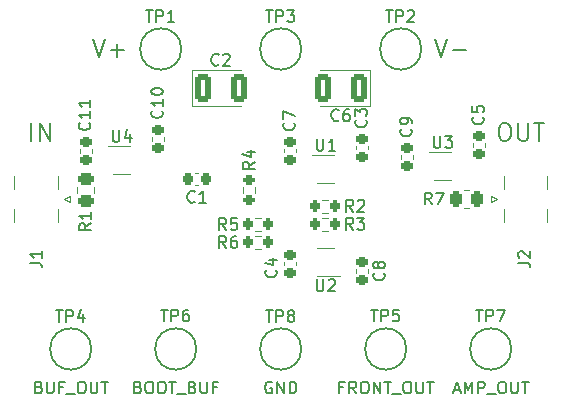
<source format=gto>
%TF.GenerationSoftware,KiCad,Pcbnew,(6.0.2-0)*%
%TF.CreationDate,2022-04-12T18:59:20-07:00*%
%TF.ProjectId,bootstrap_exp,626f6f74-7374-4726-9170-5f6578702e6b,rev?*%
%TF.SameCoordinates,Original*%
%TF.FileFunction,Legend,Top*%
%TF.FilePolarity,Positive*%
%FSLAX46Y46*%
G04 Gerber Fmt 4.6, Leading zero omitted, Abs format (unit mm)*
G04 Created by KiCad (PCBNEW (6.0.2-0)) date 2022-04-12 18:59:20*
%MOMM*%
%LPD*%
G01*
G04 APERTURE LIST*
G04 Aperture macros list*
%AMRoundRect*
0 Rectangle with rounded corners*
0 $1 Rounding radius*
0 $2 $3 $4 $5 $6 $7 $8 $9 X,Y pos of 4 corners*
0 Add a 4 corners polygon primitive as box body*
4,1,4,$2,$3,$4,$5,$6,$7,$8,$9,$2,$3,0*
0 Add four circle primitives for the rounded corners*
1,1,$1+$1,$2,$3*
1,1,$1+$1,$4,$5*
1,1,$1+$1,$6,$7*
1,1,$1+$1,$8,$9*
0 Add four rect primitives between the rounded corners*
20,1,$1+$1,$2,$3,$4,$5,0*
20,1,$1+$1,$4,$5,$6,$7,0*
20,1,$1+$1,$6,$7,$8,$9,0*
20,1,$1+$1,$8,$9,$2,$3,0*%
G04 Aperture macros list end*
%ADD10C,0.150000*%
%ADD11C,0.120000*%
%ADD12RoundRect,0.200000X-0.200000X-0.275000X0.200000X-0.275000X0.200000X0.275000X-0.200000X0.275000X0*%
%ADD13RoundRect,0.225000X0.250000X-0.225000X0.250000X0.225000X-0.250000X0.225000X-0.250000X-0.225000X0*%
%ADD14RoundRect,0.250000X-0.412500X-0.925000X0.412500X-0.925000X0.412500X0.925000X-0.412500X0.925000X0*%
%ADD15R,0.650000X0.400000*%
%ADD16C,2.800000*%
%ADD17RoundRect,0.200000X0.200000X0.275000X-0.200000X0.275000X-0.200000X-0.275000X0.200000X-0.275000X0*%
%ADD18RoundRect,0.250000X0.412500X0.925000X-0.412500X0.925000X-0.412500X-0.925000X0.412500X-0.925000X0*%
%ADD19RoundRect,0.225000X-0.250000X0.225000X-0.250000X-0.225000X0.250000X-0.225000X0.250000X0.225000X0*%
%ADD20RoundRect,0.200000X-0.275000X0.200000X-0.275000X-0.200000X0.275000X-0.200000X0.275000X0.200000X0*%
%ADD21RoundRect,0.250000X0.450000X-0.262500X0.450000X0.262500X-0.450000X0.262500X-0.450000X-0.262500X0*%
%ADD22R,4.200000X1.350000*%
%ADD23R,3.600000X1.270000*%
%ADD24RoundRect,0.225000X0.225000X0.250000X-0.225000X0.250000X-0.225000X-0.250000X0.225000X-0.250000X0*%
%ADD25RoundRect,0.250000X-0.262500X-0.450000X0.262500X-0.450000X0.262500X0.450000X-0.262500X0.450000X0*%
G04 APERTURE END LIST*
D10*
X133858095Y-112022000D02*
X133762857Y-111974380D01*
X133620000Y-111974380D01*
X133477142Y-112022000D01*
X133381904Y-112117238D01*
X133334285Y-112212476D01*
X133286666Y-112402952D01*
X133286666Y-112545809D01*
X133334285Y-112736285D01*
X133381904Y-112831523D01*
X133477142Y-112926761D01*
X133620000Y-112974380D01*
X133715238Y-112974380D01*
X133858095Y-112926761D01*
X133905714Y-112879142D01*
X133905714Y-112545809D01*
X133715238Y-112545809D01*
X134334285Y-112974380D02*
X134334285Y-111974380D01*
X134905714Y-112974380D01*
X134905714Y-111974380D01*
X135381904Y-112974380D02*
X135381904Y-111974380D01*
X135620000Y-111974380D01*
X135762857Y-112022000D01*
X135858095Y-112117238D01*
X135905714Y-112212476D01*
X135953333Y-112402952D01*
X135953333Y-112545809D01*
X135905714Y-112736285D01*
X135858095Y-112831523D01*
X135762857Y-112926761D01*
X135620000Y-112974380D01*
X135381904Y-112974380D01*
X114149523Y-112450571D02*
X114292380Y-112498190D01*
X114340000Y-112545809D01*
X114387619Y-112641047D01*
X114387619Y-112783904D01*
X114340000Y-112879142D01*
X114292380Y-112926761D01*
X114197142Y-112974380D01*
X113816190Y-112974380D01*
X113816190Y-111974380D01*
X114149523Y-111974380D01*
X114244761Y-112022000D01*
X114292380Y-112069619D01*
X114340000Y-112164857D01*
X114340000Y-112260095D01*
X114292380Y-112355333D01*
X114244761Y-112402952D01*
X114149523Y-112450571D01*
X113816190Y-112450571D01*
X114816190Y-111974380D02*
X114816190Y-112783904D01*
X114863809Y-112879142D01*
X114911428Y-112926761D01*
X115006666Y-112974380D01*
X115197142Y-112974380D01*
X115292380Y-112926761D01*
X115340000Y-112879142D01*
X115387619Y-112783904D01*
X115387619Y-111974380D01*
X116197142Y-112450571D02*
X115863809Y-112450571D01*
X115863809Y-112974380D02*
X115863809Y-111974380D01*
X116340000Y-111974380D01*
X116482857Y-113069619D02*
X117244761Y-113069619D01*
X117673333Y-111974380D02*
X117863809Y-111974380D01*
X117959047Y-112022000D01*
X118054285Y-112117238D01*
X118101904Y-112307714D01*
X118101904Y-112641047D01*
X118054285Y-112831523D01*
X117959047Y-112926761D01*
X117863809Y-112974380D01*
X117673333Y-112974380D01*
X117578095Y-112926761D01*
X117482857Y-112831523D01*
X117435238Y-112641047D01*
X117435238Y-112307714D01*
X117482857Y-112117238D01*
X117578095Y-112022000D01*
X117673333Y-111974380D01*
X118530476Y-111974380D02*
X118530476Y-112783904D01*
X118578095Y-112879142D01*
X118625714Y-112926761D01*
X118720952Y-112974380D01*
X118911428Y-112974380D01*
X119006666Y-112926761D01*
X119054285Y-112879142D01*
X119101904Y-112783904D01*
X119101904Y-111974380D01*
X119435238Y-111974380D02*
X120006666Y-111974380D01*
X119720952Y-112974380D02*
X119720952Y-111974380D01*
X147669428Y-82998571D02*
X148169428Y-84498571D01*
X148669428Y-82998571D01*
X149169428Y-83927142D02*
X150312285Y-83927142D01*
X122539523Y-112450571D02*
X122682380Y-112498190D01*
X122730000Y-112545809D01*
X122777619Y-112641047D01*
X122777619Y-112783904D01*
X122730000Y-112879142D01*
X122682380Y-112926761D01*
X122587142Y-112974380D01*
X122206190Y-112974380D01*
X122206190Y-111974380D01*
X122539523Y-111974380D01*
X122634761Y-112022000D01*
X122682380Y-112069619D01*
X122730000Y-112164857D01*
X122730000Y-112260095D01*
X122682380Y-112355333D01*
X122634761Y-112402952D01*
X122539523Y-112450571D01*
X122206190Y-112450571D01*
X123396666Y-111974380D02*
X123587142Y-111974380D01*
X123682380Y-112022000D01*
X123777619Y-112117238D01*
X123825238Y-112307714D01*
X123825238Y-112641047D01*
X123777619Y-112831523D01*
X123682380Y-112926761D01*
X123587142Y-112974380D01*
X123396666Y-112974380D01*
X123301428Y-112926761D01*
X123206190Y-112831523D01*
X123158571Y-112641047D01*
X123158571Y-112307714D01*
X123206190Y-112117238D01*
X123301428Y-112022000D01*
X123396666Y-111974380D01*
X124444285Y-111974380D02*
X124634761Y-111974380D01*
X124730000Y-112022000D01*
X124825238Y-112117238D01*
X124872857Y-112307714D01*
X124872857Y-112641047D01*
X124825238Y-112831523D01*
X124730000Y-112926761D01*
X124634761Y-112974380D01*
X124444285Y-112974380D01*
X124349047Y-112926761D01*
X124253809Y-112831523D01*
X124206190Y-112641047D01*
X124206190Y-112307714D01*
X124253809Y-112117238D01*
X124349047Y-112022000D01*
X124444285Y-111974380D01*
X125158571Y-111974380D02*
X125730000Y-111974380D01*
X125444285Y-112974380D02*
X125444285Y-111974380D01*
X125825238Y-113069619D02*
X126587142Y-113069619D01*
X127158571Y-112450571D02*
X127301428Y-112498190D01*
X127349047Y-112545809D01*
X127396666Y-112641047D01*
X127396666Y-112783904D01*
X127349047Y-112879142D01*
X127301428Y-112926761D01*
X127206190Y-112974380D01*
X126825238Y-112974380D01*
X126825238Y-111974380D01*
X127158571Y-111974380D01*
X127253809Y-112022000D01*
X127301428Y-112069619D01*
X127349047Y-112164857D01*
X127349047Y-112260095D01*
X127301428Y-112355333D01*
X127253809Y-112402952D01*
X127158571Y-112450571D01*
X126825238Y-112450571D01*
X127825238Y-111974380D02*
X127825238Y-112783904D01*
X127872857Y-112879142D01*
X127920476Y-112926761D01*
X128015714Y-112974380D01*
X128206190Y-112974380D01*
X128301428Y-112926761D01*
X128349047Y-112879142D01*
X128396666Y-112783904D01*
X128396666Y-111974380D01*
X129206190Y-112450571D02*
X128872857Y-112450571D01*
X128872857Y-112974380D02*
X128872857Y-111974380D01*
X129349047Y-111974380D01*
X153440000Y-90110571D02*
X153725714Y-90110571D01*
X153868571Y-90182000D01*
X154011428Y-90324857D01*
X154082857Y-90610571D01*
X154082857Y-91110571D01*
X154011428Y-91396285D01*
X153868571Y-91539142D01*
X153725714Y-91610571D01*
X153440000Y-91610571D01*
X153297142Y-91539142D01*
X153154285Y-91396285D01*
X153082857Y-91110571D01*
X153082857Y-90610571D01*
X153154285Y-90324857D01*
X153297142Y-90182000D01*
X153440000Y-90110571D01*
X154725714Y-90110571D02*
X154725714Y-91324857D01*
X154797142Y-91467714D01*
X154868571Y-91539142D01*
X155011428Y-91610571D01*
X155297142Y-91610571D01*
X155440000Y-91539142D01*
X155511428Y-91467714D01*
X155582857Y-91324857D01*
X155582857Y-90110571D01*
X156082857Y-90110571D02*
X156940000Y-90110571D01*
X156511428Y-91610571D02*
X156511428Y-90110571D01*
X139914761Y-112450571D02*
X139581428Y-112450571D01*
X139581428Y-112974380D02*
X139581428Y-111974380D01*
X140057619Y-111974380D01*
X141010000Y-112974380D02*
X140676666Y-112498190D01*
X140438571Y-112974380D02*
X140438571Y-111974380D01*
X140819523Y-111974380D01*
X140914761Y-112022000D01*
X140962380Y-112069619D01*
X141010000Y-112164857D01*
X141010000Y-112307714D01*
X140962380Y-112402952D01*
X140914761Y-112450571D01*
X140819523Y-112498190D01*
X140438571Y-112498190D01*
X141629047Y-111974380D02*
X141819523Y-111974380D01*
X141914761Y-112022000D01*
X142010000Y-112117238D01*
X142057619Y-112307714D01*
X142057619Y-112641047D01*
X142010000Y-112831523D01*
X141914761Y-112926761D01*
X141819523Y-112974380D01*
X141629047Y-112974380D01*
X141533809Y-112926761D01*
X141438571Y-112831523D01*
X141390952Y-112641047D01*
X141390952Y-112307714D01*
X141438571Y-112117238D01*
X141533809Y-112022000D01*
X141629047Y-111974380D01*
X142486190Y-112974380D02*
X142486190Y-111974380D01*
X143057619Y-112974380D01*
X143057619Y-111974380D01*
X143390952Y-111974380D02*
X143962380Y-111974380D01*
X143676666Y-112974380D02*
X143676666Y-111974380D01*
X144057619Y-113069619D02*
X144819523Y-113069619D01*
X145248095Y-111974380D02*
X145438571Y-111974380D01*
X145533809Y-112022000D01*
X145629047Y-112117238D01*
X145676666Y-112307714D01*
X145676666Y-112641047D01*
X145629047Y-112831523D01*
X145533809Y-112926761D01*
X145438571Y-112974380D01*
X145248095Y-112974380D01*
X145152857Y-112926761D01*
X145057619Y-112831523D01*
X145010000Y-112641047D01*
X145010000Y-112307714D01*
X145057619Y-112117238D01*
X145152857Y-112022000D01*
X145248095Y-111974380D01*
X146105238Y-111974380D02*
X146105238Y-112783904D01*
X146152857Y-112879142D01*
X146200476Y-112926761D01*
X146295714Y-112974380D01*
X146486190Y-112974380D01*
X146581428Y-112926761D01*
X146629047Y-112879142D01*
X146676666Y-112783904D01*
X146676666Y-111974380D01*
X147010000Y-111974380D02*
X147581428Y-111974380D01*
X147295714Y-112974380D02*
X147295714Y-111974380D01*
X149280952Y-112688666D02*
X149757142Y-112688666D01*
X149185714Y-112974380D02*
X149519047Y-111974380D01*
X149852380Y-112974380D01*
X150185714Y-112974380D02*
X150185714Y-111974380D01*
X150519047Y-112688666D01*
X150852380Y-111974380D01*
X150852380Y-112974380D01*
X151328571Y-112974380D02*
X151328571Y-111974380D01*
X151709523Y-111974380D01*
X151804761Y-112022000D01*
X151852380Y-112069619D01*
X151900000Y-112164857D01*
X151900000Y-112307714D01*
X151852380Y-112402952D01*
X151804761Y-112450571D01*
X151709523Y-112498190D01*
X151328571Y-112498190D01*
X152090476Y-113069619D02*
X152852380Y-113069619D01*
X153280952Y-111974380D02*
X153471428Y-111974380D01*
X153566666Y-112022000D01*
X153661904Y-112117238D01*
X153709523Y-112307714D01*
X153709523Y-112641047D01*
X153661904Y-112831523D01*
X153566666Y-112926761D01*
X153471428Y-112974380D01*
X153280952Y-112974380D01*
X153185714Y-112926761D01*
X153090476Y-112831523D01*
X153042857Y-112641047D01*
X153042857Y-112307714D01*
X153090476Y-112117238D01*
X153185714Y-112022000D01*
X153280952Y-111974380D01*
X154138095Y-111974380D02*
X154138095Y-112783904D01*
X154185714Y-112879142D01*
X154233333Y-112926761D01*
X154328571Y-112974380D01*
X154519047Y-112974380D01*
X154614285Y-112926761D01*
X154661904Y-112879142D01*
X154709523Y-112783904D01*
X154709523Y-111974380D01*
X155042857Y-111974380D02*
X155614285Y-111974380D01*
X155328571Y-112974380D02*
X155328571Y-111974380D01*
X118713428Y-82998571D02*
X119213428Y-84498571D01*
X119713428Y-82998571D01*
X120213428Y-83927142D02*
X121356285Y-83927142D01*
X120784857Y-84498571D02*
X120784857Y-83355714D01*
X113514285Y-91610571D02*
X113514285Y-90110571D01*
X114228571Y-91610571D02*
X114228571Y-90110571D01*
X115085714Y-91610571D01*
X115085714Y-90110571D01*
%TO.C,R3*%
X140752533Y-99118380D02*
X140419200Y-98642190D01*
X140181104Y-99118380D02*
X140181104Y-98118380D01*
X140562057Y-98118380D01*
X140657295Y-98166000D01*
X140704914Y-98213619D01*
X140752533Y-98308857D01*
X140752533Y-98451714D01*
X140704914Y-98546952D01*
X140657295Y-98594571D01*
X140562057Y-98642190D01*
X140181104Y-98642190D01*
X141085866Y-98118380D02*
X141704914Y-98118380D01*
X141371580Y-98499333D01*
X141514438Y-98499333D01*
X141609676Y-98546952D01*
X141657295Y-98594571D01*
X141704914Y-98689809D01*
X141704914Y-98927904D01*
X141657295Y-99023142D01*
X141609676Y-99070761D01*
X141514438Y-99118380D01*
X141228723Y-99118380D01*
X141133485Y-99070761D01*
X141085866Y-99023142D01*
%TO.C,C3*%
X141835142Y-89815666D02*
X141882761Y-89863285D01*
X141930380Y-90006142D01*
X141930380Y-90101380D01*
X141882761Y-90244238D01*
X141787523Y-90339476D01*
X141692285Y-90387095D01*
X141501809Y-90434714D01*
X141358952Y-90434714D01*
X141168476Y-90387095D01*
X141073238Y-90339476D01*
X140978000Y-90244238D01*
X140930380Y-90101380D01*
X140930380Y-90006142D01*
X140978000Y-89863285D01*
X141025619Y-89815666D01*
X140930380Y-89482333D02*
X140930380Y-88863285D01*
X141311333Y-89196619D01*
X141311333Y-89053761D01*
X141358952Y-88958523D01*
X141406571Y-88910904D01*
X141501809Y-88863285D01*
X141739904Y-88863285D01*
X141835142Y-88910904D01*
X141882761Y-88958523D01*
X141930380Y-89053761D01*
X141930380Y-89339476D01*
X141882761Y-89434714D01*
X141835142Y-89482333D01*
%TO.C,C10*%
X124563142Y-89034857D02*
X124610761Y-89082476D01*
X124658380Y-89225333D01*
X124658380Y-89320571D01*
X124610761Y-89463428D01*
X124515523Y-89558666D01*
X124420285Y-89606285D01*
X124229809Y-89653904D01*
X124086952Y-89653904D01*
X123896476Y-89606285D01*
X123801238Y-89558666D01*
X123706000Y-89463428D01*
X123658380Y-89320571D01*
X123658380Y-89225333D01*
X123706000Y-89082476D01*
X123753619Y-89034857D01*
X124658380Y-88082476D02*
X124658380Y-88653904D01*
X124658380Y-88368190D02*
X123658380Y-88368190D01*
X123801238Y-88463428D01*
X123896476Y-88558666D01*
X123944095Y-88653904D01*
X123658380Y-87463428D02*
X123658380Y-87368190D01*
X123706000Y-87272952D01*
X123753619Y-87225333D01*
X123848857Y-87177714D01*
X124039333Y-87130095D01*
X124277428Y-87130095D01*
X124467904Y-87177714D01*
X124563142Y-87225333D01*
X124610761Y-87272952D01*
X124658380Y-87368190D01*
X124658380Y-87463428D01*
X124610761Y-87558666D01*
X124563142Y-87606285D01*
X124467904Y-87653904D01*
X124277428Y-87701523D01*
X124039333Y-87701523D01*
X123848857Y-87653904D01*
X123753619Y-87606285D01*
X123706000Y-87558666D01*
X123658380Y-87463428D01*
%TO.C,C2*%
X129373333Y-85129142D02*
X129325714Y-85176761D01*
X129182857Y-85224380D01*
X129087619Y-85224380D01*
X128944761Y-85176761D01*
X128849523Y-85081523D01*
X128801904Y-84986285D01*
X128754285Y-84795809D01*
X128754285Y-84652952D01*
X128801904Y-84462476D01*
X128849523Y-84367238D01*
X128944761Y-84272000D01*
X129087619Y-84224380D01*
X129182857Y-84224380D01*
X129325714Y-84272000D01*
X129373333Y-84319619D01*
X129754285Y-84319619D02*
X129801904Y-84272000D01*
X129897142Y-84224380D01*
X130135238Y-84224380D01*
X130230476Y-84272000D01*
X130278095Y-84319619D01*
X130325714Y-84414857D01*
X130325714Y-84510095D01*
X130278095Y-84652952D01*
X129706666Y-85224380D01*
X130325714Y-85224380D01*
%TO.C,C11*%
X118413142Y-90050857D02*
X118460761Y-90098476D01*
X118508380Y-90241333D01*
X118508380Y-90336571D01*
X118460761Y-90479428D01*
X118365523Y-90574666D01*
X118270285Y-90622285D01*
X118079809Y-90669904D01*
X117936952Y-90669904D01*
X117746476Y-90622285D01*
X117651238Y-90574666D01*
X117556000Y-90479428D01*
X117508380Y-90336571D01*
X117508380Y-90241333D01*
X117556000Y-90098476D01*
X117603619Y-90050857D01*
X118508380Y-89098476D02*
X118508380Y-89669904D01*
X118508380Y-89384190D02*
X117508380Y-89384190D01*
X117651238Y-89479428D01*
X117746476Y-89574666D01*
X117794095Y-89669904D01*
X118508380Y-88146095D02*
X118508380Y-88717523D01*
X118508380Y-88431809D02*
X117508380Y-88431809D01*
X117651238Y-88527047D01*
X117746476Y-88622285D01*
X117794095Y-88717523D01*
%TO.C,R6*%
X130008333Y-100655380D02*
X129675000Y-100179190D01*
X129436904Y-100655380D02*
X129436904Y-99655380D01*
X129817857Y-99655380D01*
X129913095Y-99703000D01*
X129960714Y-99750619D01*
X130008333Y-99845857D01*
X130008333Y-99988714D01*
X129960714Y-100083952D01*
X129913095Y-100131571D01*
X129817857Y-100179190D01*
X129436904Y-100179190D01*
X130865476Y-99655380D02*
X130675000Y-99655380D01*
X130579761Y-99703000D01*
X130532142Y-99750619D01*
X130436904Y-99893476D01*
X130389285Y-100083952D01*
X130389285Y-100464904D01*
X130436904Y-100560142D01*
X130484523Y-100607761D01*
X130579761Y-100655380D01*
X130770238Y-100655380D01*
X130865476Y-100607761D01*
X130913095Y-100560142D01*
X130960714Y-100464904D01*
X130960714Y-100226809D01*
X130913095Y-100131571D01*
X130865476Y-100083952D01*
X130770238Y-100036333D01*
X130579761Y-100036333D01*
X130484523Y-100083952D01*
X130436904Y-100131571D01*
X130389285Y-100226809D01*
%TO.C,C9*%
X145645142Y-90590666D02*
X145692761Y-90638285D01*
X145740380Y-90781142D01*
X145740380Y-90876380D01*
X145692761Y-91019238D01*
X145597523Y-91114476D01*
X145502285Y-91162095D01*
X145311809Y-91209714D01*
X145168952Y-91209714D01*
X144978476Y-91162095D01*
X144883238Y-91114476D01*
X144788000Y-91019238D01*
X144740380Y-90876380D01*
X144740380Y-90781142D01*
X144788000Y-90638285D01*
X144835619Y-90590666D01*
X145740380Y-90114476D02*
X145740380Y-89924000D01*
X145692761Y-89828761D01*
X145645142Y-89781142D01*
X145502285Y-89685904D01*
X145311809Y-89638285D01*
X144930857Y-89638285D01*
X144835619Y-89685904D01*
X144788000Y-89733523D01*
X144740380Y-89828761D01*
X144740380Y-90019238D01*
X144788000Y-90114476D01*
X144835619Y-90162095D01*
X144930857Y-90209714D01*
X145168952Y-90209714D01*
X145264190Y-90162095D01*
X145311809Y-90114476D01*
X145359428Y-90019238D01*
X145359428Y-89828761D01*
X145311809Y-89733523D01*
X145264190Y-89685904D01*
X145168952Y-89638285D01*
%TO.C,C7*%
X135739142Y-90069666D02*
X135786761Y-90117285D01*
X135834380Y-90260142D01*
X135834380Y-90355380D01*
X135786761Y-90498238D01*
X135691523Y-90593476D01*
X135596285Y-90641095D01*
X135405809Y-90688714D01*
X135262952Y-90688714D01*
X135072476Y-90641095D01*
X134977238Y-90593476D01*
X134882000Y-90498238D01*
X134834380Y-90355380D01*
X134834380Y-90260142D01*
X134882000Y-90117285D01*
X134929619Y-90069666D01*
X134834380Y-89736333D02*
X134834380Y-89069666D01*
X135834380Y-89498238D01*
%TO.C,U4*%
X120396095Y-90670380D02*
X120396095Y-91479904D01*
X120443714Y-91575142D01*
X120491333Y-91622761D01*
X120586571Y-91670380D01*
X120777047Y-91670380D01*
X120872285Y-91622761D01*
X120919904Y-91575142D01*
X120967523Y-91479904D01*
X120967523Y-90670380D01*
X121872285Y-91003714D02*
X121872285Y-91670380D01*
X121634190Y-90622761D02*
X121396095Y-91337047D01*
X122015142Y-91337047D01*
%TO.C,U2*%
X137668095Y-103319380D02*
X137668095Y-104128904D01*
X137715714Y-104224142D01*
X137763333Y-104271761D01*
X137858571Y-104319380D01*
X138049047Y-104319380D01*
X138144285Y-104271761D01*
X138191904Y-104224142D01*
X138239523Y-104128904D01*
X138239523Y-103319380D01*
X138668095Y-103414619D02*
X138715714Y-103367000D01*
X138810952Y-103319380D01*
X139049047Y-103319380D01*
X139144285Y-103367000D01*
X139191904Y-103414619D01*
X139239523Y-103509857D01*
X139239523Y-103605095D01*
X139191904Y-103747952D01*
X138620476Y-104319380D01*
X139239523Y-104319380D01*
%TO.C,TP7*%
X151138095Y-105878380D02*
X151709523Y-105878380D01*
X151423809Y-106878380D02*
X151423809Y-105878380D01*
X152042857Y-106878380D02*
X152042857Y-105878380D01*
X152423809Y-105878380D01*
X152519047Y-105926000D01*
X152566666Y-105973619D01*
X152614285Y-106068857D01*
X152614285Y-106211714D01*
X152566666Y-106306952D01*
X152519047Y-106354571D01*
X152423809Y-106402190D01*
X152042857Y-106402190D01*
X152947619Y-105878380D02*
X153614285Y-105878380D01*
X153185714Y-106878380D01*
%TO.C,R2*%
X140752533Y-97594380D02*
X140419200Y-97118190D01*
X140181104Y-97594380D02*
X140181104Y-96594380D01*
X140562057Y-96594380D01*
X140657295Y-96642000D01*
X140704914Y-96689619D01*
X140752533Y-96784857D01*
X140752533Y-96927714D01*
X140704914Y-97022952D01*
X140657295Y-97070571D01*
X140562057Y-97118190D01*
X140181104Y-97118190D01*
X141133485Y-96689619D02*
X141181104Y-96642000D01*
X141276342Y-96594380D01*
X141514438Y-96594380D01*
X141609676Y-96642000D01*
X141657295Y-96689619D01*
X141704914Y-96784857D01*
X141704914Y-96880095D01*
X141657295Y-97022952D01*
X141085866Y-97594380D01*
X141704914Y-97594380D01*
%TO.C,TP1*%
X123198095Y-80522380D02*
X123769523Y-80522380D01*
X123483809Y-81522380D02*
X123483809Y-80522380D01*
X124102857Y-81522380D02*
X124102857Y-80522380D01*
X124483809Y-80522380D01*
X124579047Y-80570000D01*
X124626666Y-80617619D01*
X124674285Y-80712857D01*
X124674285Y-80855714D01*
X124626666Y-80950952D01*
X124579047Y-80998571D01*
X124483809Y-81046190D01*
X124102857Y-81046190D01*
X125626666Y-81522380D02*
X125055238Y-81522380D01*
X125340952Y-81522380D02*
X125340952Y-80522380D01*
X125245714Y-80665238D01*
X125150476Y-80760476D01*
X125055238Y-80808095D01*
%TO.C,TP6*%
X124468095Y-105878380D02*
X125039523Y-105878380D01*
X124753809Y-106878380D02*
X124753809Y-105878380D01*
X125372857Y-106878380D02*
X125372857Y-105878380D01*
X125753809Y-105878380D01*
X125849047Y-105926000D01*
X125896666Y-105973619D01*
X125944285Y-106068857D01*
X125944285Y-106211714D01*
X125896666Y-106306952D01*
X125849047Y-106354571D01*
X125753809Y-106402190D01*
X125372857Y-106402190D01*
X126801428Y-105878380D02*
X126610952Y-105878380D01*
X126515714Y-105926000D01*
X126468095Y-105973619D01*
X126372857Y-106116476D01*
X126325238Y-106306952D01*
X126325238Y-106687904D01*
X126372857Y-106783142D01*
X126420476Y-106830761D01*
X126515714Y-106878380D01*
X126706190Y-106878380D01*
X126801428Y-106830761D01*
X126849047Y-106783142D01*
X126896666Y-106687904D01*
X126896666Y-106449809D01*
X126849047Y-106354571D01*
X126801428Y-106306952D01*
X126706190Y-106259333D01*
X126515714Y-106259333D01*
X126420476Y-106306952D01*
X126372857Y-106354571D01*
X126325238Y-106449809D01*
%TO.C,C6*%
X139533333Y-89829142D02*
X139485714Y-89876761D01*
X139342857Y-89924380D01*
X139247619Y-89924380D01*
X139104761Y-89876761D01*
X139009523Y-89781523D01*
X138961904Y-89686285D01*
X138914285Y-89495809D01*
X138914285Y-89352952D01*
X138961904Y-89162476D01*
X139009523Y-89067238D01*
X139104761Y-88972000D01*
X139247619Y-88924380D01*
X139342857Y-88924380D01*
X139485714Y-88972000D01*
X139533333Y-89019619D01*
X140390476Y-88924380D02*
X140200000Y-88924380D01*
X140104761Y-88972000D01*
X140057142Y-89019619D01*
X139961904Y-89162476D01*
X139914285Y-89352952D01*
X139914285Y-89733904D01*
X139961904Y-89829142D01*
X140009523Y-89876761D01*
X140104761Y-89924380D01*
X140295238Y-89924380D01*
X140390476Y-89876761D01*
X140438095Y-89829142D01*
X140485714Y-89733904D01*
X140485714Y-89495809D01*
X140438095Y-89400571D01*
X140390476Y-89352952D01*
X140295238Y-89305333D01*
X140104761Y-89305333D01*
X140009523Y-89352952D01*
X139961904Y-89400571D01*
X139914285Y-89495809D01*
%TO.C,R5*%
X130008333Y-99131380D02*
X129675000Y-98655190D01*
X129436904Y-99131380D02*
X129436904Y-98131380D01*
X129817857Y-98131380D01*
X129913095Y-98179000D01*
X129960714Y-98226619D01*
X130008333Y-98321857D01*
X130008333Y-98464714D01*
X129960714Y-98559952D01*
X129913095Y-98607571D01*
X129817857Y-98655190D01*
X129436904Y-98655190D01*
X130913095Y-98131380D02*
X130436904Y-98131380D01*
X130389285Y-98607571D01*
X130436904Y-98559952D01*
X130532142Y-98512333D01*
X130770238Y-98512333D01*
X130865476Y-98559952D01*
X130913095Y-98607571D01*
X130960714Y-98702809D01*
X130960714Y-98940904D01*
X130913095Y-99036142D01*
X130865476Y-99083761D01*
X130770238Y-99131380D01*
X130532142Y-99131380D01*
X130436904Y-99083761D01*
X130389285Y-99036142D01*
%TO.C,C8*%
X143359142Y-102782666D02*
X143406761Y-102830285D01*
X143454380Y-102973142D01*
X143454380Y-103068380D01*
X143406761Y-103211238D01*
X143311523Y-103306476D01*
X143216285Y-103354095D01*
X143025809Y-103401714D01*
X142882952Y-103401714D01*
X142692476Y-103354095D01*
X142597238Y-103306476D01*
X142502000Y-103211238D01*
X142454380Y-103068380D01*
X142454380Y-102973142D01*
X142502000Y-102830285D01*
X142549619Y-102782666D01*
X142882952Y-102211238D02*
X142835333Y-102306476D01*
X142787714Y-102354095D01*
X142692476Y-102401714D01*
X142644857Y-102401714D01*
X142549619Y-102354095D01*
X142502000Y-102306476D01*
X142454380Y-102211238D01*
X142454380Y-102020761D01*
X142502000Y-101925523D01*
X142549619Y-101877904D01*
X142644857Y-101830285D01*
X142692476Y-101830285D01*
X142787714Y-101877904D01*
X142835333Y-101925523D01*
X142882952Y-102020761D01*
X142882952Y-102211238D01*
X142930571Y-102306476D01*
X142978190Y-102354095D01*
X143073428Y-102401714D01*
X143263904Y-102401714D01*
X143359142Y-102354095D01*
X143406761Y-102306476D01*
X143454380Y-102211238D01*
X143454380Y-102020761D01*
X143406761Y-101925523D01*
X143359142Y-101877904D01*
X143263904Y-101830285D01*
X143073428Y-101830285D01*
X142978190Y-101877904D01*
X142930571Y-101925523D01*
X142882952Y-102020761D01*
%TO.C,R4*%
X132405380Y-93371666D02*
X131929190Y-93705000D01*
X132405380Y-93943095D02*
X131405380Y-93943095D01*
X131405380Y-93562142D01*
X131453000Y-93466904D01*
X131500619Y-93419285D01*
X131595857Y-93371666D01*
X131738714Y-93371666D01*
X131833952Y-93419285D01*
X131881571Y-93466904D01*
X131929190Y-93562142D01*
X131929190Y-93943095D01*
X131738714Y-92514523D02*
X132405380Y-92514523D01*
X131357761Y-92752619D02*
X132072047Y-92990714D01*
X132072047Y-92371666D01*
%TO.C,R1*%
X118562380Y-98591666D02*
X118086190Y-98925000D01*
X118562380Y-99163095D02*
X117562380Y-99163095D01*
X117562380Y-98782142D01*
X117610000Y-98686904D01*
X117657619Y-98639285D01*
X117752857Y-98591666D01*
X117895714Y-98591666D01*
X117990952Y-98639285D01*
X118038571Y-98686904D01*
X118086190Y-98782142D01*
X118086190Y-99163095D01*
X118562380Y-97639285D02*
X118562380Y-98210714D01*
X118562380Y-97925000D02*
X117562380Y-97925000D01*
X117705238Y-98020238D01*
X117800476Y-98115476D01*
X117848095Y-98210714D01*
%TO.C,C4*%
X134215142Y-102528666D02*
X134262761Y-102576285D01*
X134310380Y-102719142D01*
X134310380Y-102814380D01*
X134262761Y-102957238D01*
X134167523Y-103052476D01*
X134072285Y-103100095D01*
X133881809Y-103147714D01*
X133738952Y-103147714D01*
X133548476Y-103100095D01*
X133453238Y-103052476D01*
X133358000Y-102957238D01*
X133310380Y-102814380D01*
X133310380Y-102719142D01*
X133358000Y-102576285D01*
X133405619Y-102528666D01*
X133643714Y-101671523D02*
X134310380Y-101671523D01*
X133262761Y-101909619D02*
X133977047Y-102147714D01*
X133977047Y-101528666D01*
%TO.C,C5*%
X151741142Y-89574666D02*
X151788761Y-89622285D01*
X151836380Y-89765142D01*
X151836380Y-89860380D01*
X151788761Y-90003238D01*
X151693523Y-90098476D01*
X151598285Y-90146095D01*
X151407809Y-90193714D01*
X151264952Y-90193714D01*
X151074476Y-90146095D01*
X150979238Y-90098476D01*
X150884000Y-90003238D01*
X150836380Y-89860380D01*
X150836380Y-89765142D01*
X150884000Y-89622285D01*
X150931619Y-89574666D01*
X150836380Y-88669904D02*
X150836380Y-89146095D01*
X151312571Y-89193714D01*
X151264952Y-89146095D01*
X151217333Y-89050857D01*
X151217333Y-88812761D01*
X151264952Y-88717523D01*
X151312571Y-88669904D01*
X151407809Y-88622285D01*
X151645904Y-88622285D01*
X151741142Y-88669904D01*
X151788761Y-88717523D01*
X151836380Y-88812761D01*
X151836380Y-89050857D01*
X151788761Y-89146095D01*
X151741142Y-89193714D01*
%TO.C,TP3*%
X133358095Y-80522380D02*
X133929523Y-80522380D01*
X133643809Y-81522380D02*
X133643809Y-80522380D01*
X134262857Y-81522380D02*
X134262857Y-80522380D01*
X134643809Y-80522380D01*
X134739047Y-80570000D01*
X134786666Y-80617619D01*
X134834285Y-80712857D01*
X134834285Y-80855714D01*
X134786666Y-80950952D01*
X134739047Y-80998571D01*
X134643809Y-81046190D01*
X134262857Y-81046190D01*
X135167619Y-80522380D02*
X135786666Y-80522380D01*
X135453333Y-80903333D01*
X135596190Y-80903333D01*
X135691428Y-80950952D01*
X135739047Y-80998571D01*
X135786666Y-81093809D01*
X135786666Y-81331904D01*
X135739047Y-81427142D01*
X135691428Y-81474761D01*
X135596190Y-81522380D01*
X135310476Y-81522380D01*
X135215238Y-81474761D01*
X135167619Y-81427142D01*
%TO.C,J2*%
X154736880Y-101933333D02*
X155451166Y-101933333D01*
X155594023Y-101980952D01*
X155689261Y-102076190D01*
X155736880Y-102219047D01*
X155736880Y-102314285D01*
X154832119Y-101504761D02*
X154784500Y-101457142D01*
X154736880Y-101361904D01*
X154736880Y-101123809D01*
X154784500Y-101028571D01*
X154832119Y-100980952D01*
X154927357Y-100933333D01*
X155022595Y-100933333D01*
X155165452Y-100980952D01*
X155736880Y-101552380D01*
X155736880Y-100933333D01*
%TO.C,J1*%
X113407880Y-101933333D02*
X114122166Y-101933333D01*
X114265023Y-101980952D01*
X114360261Y-102076190D01*
X114407880Y-102219047D01*
X114407880Y-102314285D01*
X114407880Y-100933333D02*
X114407880Y-101504761D01*
X114407880Y-101219047D02*
X113407880Y-101219047D01*
X113550738Y-101314285D01*
X113645976Y-101409523D01*
X113693595Y-101504761D01*
%TO.C,TP2*%
X143518095Y-80522380D02*
X144089523Y-80522380D01*
X143803809Y-81522380D02*
X143803809Y-80522380D01*
X144422857Y-81522380D02*
X144422857Y-80522380D01*
X144803809Y-80522380D01*
X144899047Y-80570000D01*
X144946666Y-80617619D01*
X144994285Y-80712857D01*
X144994285Y-80855714D01*
X144946666Y-80950952D01*
X144899047Y-80998571D01*
X144803809Y-81046190D01*
X144422857Y-81046190D01*
X145375238Y-80617619D02*
X145422857Y-80570000D01*
X145518095Y-80522380D01*
X145756190Y-80522380D01*
X145851428Y-80570000D01*
X145899047Y-80617619D01*
X145946666Y-80712857D01*
X145946666Y-80808095D01*
X145899047Y-80950952D01*
X145327619Y-81522380D01*
X145946666Y-81522380D01*
%TO.C,TP4*%
X115578095Y-105922380D02*
X116149523Y-105922380D01*
X115863809Y-106922380D02*
X115863809Y-105922380D01*
X116482857Y-106922380D02*
X116482857Y-105922380D01*
X116863809Y-105922380D01*
X116959047Y-105970000D01*
X117006666Y-106017619D01*
X117054285Y-106112857D01*
X117054285Y-106255714D01*
X117006666Y-106350952D01*
X116959047Y-106398571D01*
X116863809Y-106446190D01*
X116482857Y-106446190D01*
X117911428Y-106255714D02*
X117911428Y-106922380D01*
X117673333Y-105874761D02*
X117435238Y-106589047D01*
X118054285Y-106589047D01*
%TO.C,TP8*%
X133358095Y-105922380D02*
X133929523Y-105922380D01*
X133643809Y-106922380D02*
X133643809Y-105922380D01*
X134262857Y-106922380D02*
X134262857Y-105922380D01*
X134643809Y-105922380D01*
X134739047Y-105970000D01*
X134786666Y-106017619D01*
X134834285Y-106112857D01*
X134834285Y-106255714D01*
X134786666Y-106350952D01*
X134739047Y-106398571D01*
X134643809Y-106446190D01*
X134262857Y-106446190D01*
X135405714Y-106350952D02*
X135310476Y-106303333D01*
X135262857Y-106255714D01*
X135215238Y-106160476D01*
X135215238Y-106112857D01*
X135262857Y-106017619D01*
X135310476Y-105970000D01*
X135405714Y-105922380D01*
X135596190Y-105922380D01*
X135691428Y-105970000D01*
X135739047Y-106017619D01*
X135786666Y-106112857D01*
X135786666Y-106160476D01*
X135739047Y-106255714D01*
X135691428Y-106303333D01*
X135596190Y-106350952D01*
X135405714Y-106350952D01*
X135310476Y-106398571D01*
X135262857Y-106446190D01*
X135215238Y-106541428D01*
X135215238Y-106731904D01*
X135262857Y-106827142D01*
X135310476Y-106874761D01*
X135405714Y-106922380D01*
X135596190Y-106922380D01*
X135691428Y-106874761D01*
X135739047Y-106827142D01*
X135786666Y-106731904D01*
X135786666Y-106541428D01*
X135739047Y-106446190D01*
X135691428Y-106398571D01*
X135596190Y-106350952D01*
%TO.C,TP5*%
X142248095Y-105878380D02*
X142819523Y-105878380D01*
X142533809Y-106878380D02*
X142533809Y-105878380D01*
X143152857Y-106878380D02*
X143152857Y-105878380D01*
X143533809Y-105878380D01*
X143629047Y-105926000D01*
X143676666Y-105973619D01*
X143724285Y-106068857D01*
X143724285Y-106211714D01*
X143676666Y-106306952D01*
X143629047Y-106354571D01*
X143533809Y-106402190D01*
X143152857Y-106402190D01*
X144629047Y-105878380D02*
X144152857Y-105878380D01*
X144105238Y-106354571D01*
X144152857Y-106306952D01*
X144248095Y-106259333D01*
X144486190Y-106259333D01*
X144581428Y-106306952D01*
X144629047Y-106354571D01*
X144676666Y-106449809D01*
X144676666Y-106687904D01*
X144629047Y-106783142D01*
X144581428Y-106830761D01*
X144486190Y-106878380D01*
X144248095Y-106878380D01*
X144152857Y-106830761D01*
X144105238Y-106783142D01*
%TO.C,C1*%
X127341333Y-96737142D02*
X127293714Y-96784761D01*
X127150857Y-96832380D01*
X127055619Y-96832380D01*
X126912761Y-96784761D01*
X126817523Y-96689523D01*
X126769904Y-96594285D01*
X126722285Y-96403809D01*
X126722285Y-96260952D01*
X126769904Y-96070476D01*
X126817523Y-95975238D01*
X126912761Y-95880000D01*
X127055619Y-95832380D01*
X127150857Y-95832380D01*
X127293714Y-95880000D01*
X127341333Y-95927619D01*
X128293714Y-96832380D02*
X127722285Y-96832380D01*
X128008000Y-96832380D02*
X128008000Y-95832380D01*
X127912761Y-95975238D01*
X127817523Y-96070476D01*
X127722285Y-96118095D01*
%TO.C,U1*%
X137668095Y-91419380D02*
X137668095Y-92228904D01*
X137715714Y-92324142D01*
X137763333Y-92371761D01*
X137858571Y-92419380D01*
X138049047Y-92419380D01*
X138144285Y-92371761D01*
X138191904Y-92324142D01*
X138239523Y-92228904D01*
X138239523Y-91419380D01*
X139239523Y-92419380D02*
X138668095Y-92419380D01*
X138953809Y-92419380D02*
X138953809Y-91419380D01*
X138858571Y-91562238D01*
X138763333Y-91657476D01*
X138668095Y-91705095D01*
%TO.C,R7*%
X147407333Y-96972380D02*
X147074000Y-96496190D01*
X146835904Y-96972380D02*
X146835904Y-95972380D01*
X147216857Y-95972380D01*
X147312095Y-96020000D01*
X147359714Y-96067619D01*
X147407333Y-96162857D01*
X147407333Y-96305714D01*
X147359714Y-96400952D01*
X147312095Y-96448571D01*
X147216857Y-96496190D01*
X146835904Y-96496190D01*
X147740666Y-95972380D02*
X148407333Y-95972380D01*
X147978761Y-96972380D01*
%TO.C,U3*%
X147574095Y-91178380D02*
X147574095Y-91987904D01*
X147621714Y-92083142D01*
X147669333Y-92130761D01*
X147764571Y-92178380D01*
X147955047Y-92178380D01*
X148050285Y-92130761D01*
X148097904Y-92083142D01*
X148145523Y-91987904D01*
X148145523Y-91178380D01*
X148526476Y-91178380D02*
X149145523Y-91178380D01*
X148812190Y-91559333D01*
X148955047Y-91559333D01*
X149050285Y-91606952D01*
X149097904Y-91654571D01*
X149145523Y-91749809D01*
X149145523Y-91987904D01*
X149097904Y-92083142D01*
X149050285Y-92130761D01*
X148955047Y-92178380D01*
X148669333Y-92178380D01*
X148574095Y-92130761D01*
X148526476Y-92083142D01*
D11*
%TO.C,R3*%
X138141942Y-98143500D02*
X138616458Y-98143500D01*
X138141942Y-99188500D02*
X138616458Y-99188500D01*
%TO.C,C3*%
X141988000Y-92329580D02*
X141988000Y-92048420D01*
X140968000Y-92329580D02*
X140968000Y-92048420D01*
%TO.C,C10*%
X124716000Y-91580580D02*
X124716000Y-91299420D01*
X123696000Y-91580580D02*
X123696000Y-91299420D01*
%TO.C,C2*%
X127080000Y-85612000D02*
X127080000Y-88632000D01*
X131290000Y-85612000D02*
X127080000Y-85612000D01*
X127080000Y-88632000D02*
X131290000Y-88632000D01*
%TO.C,C11*%
X118620000Y-92596580D02*
X118620000Y-92315420D01*
X117600000Y-92596580D02*
X117600000Y-92315420D01*
%TO.C,R6*%
X132477742Y-100725500D02*
X132952258Y-100725500D01*
X132477742Y-99680500D02*
X132952258Y-99680500D01*
%TO.C,C9*%
X144778000Y-93104580D02*
X144778000Y-92823420D01*
X145798000Y-93104580D02*
X145798000Y-92823420D01*
%TO.C,C7*%
X135892000Y-92583580D02*
X135892000Y-92302420D01*
X134872000Y-92583580D02*
X134872000Y-92302420D01*
%TO.C,U4*%
X120458000Y-94378000D02*
X121858000Y-94378000D01*
X121858000Y-92058000D02*
X119958000Y-92058000D01*
%TO.C,U2*%
X139130000Y-100707000D02*
X137730000Y-100707000D01*
X137730000Y-103027000D02*
X139630000Y-103027000D01*
D10*
%TO.C,TP7*%
X154150000Y-109220000D02*
G75*
G03*
X154150000Y-109220000I-1750000J0D01*
G01*
D11*
%TO.C,R2*%
X138616458Y-96619500D02*
X138141942Y-96619500D01*
X138616458Y-97664500D02*
X138141942Y-97664500D01*
D10*
%TO.C,TP1*%
X126210000Y-83820000D02*
G75*
G03*
X126210000Y-83820000I-1750000J0D01*
G01*
%TO.C,TP6*%
X127480000Y-109220000D02*
G75*
G03*
X127480000Y-109220000I-1750000J0D01*
G01*
D11*
%TO.C,C6*%
X142160000Y-85612000D02*
X137950000Y-85612000D01*
X142160000Y-88632000D02*
X142160000Y-85612000D01*
X137950000Y-88632000D02*
X142160000Y-88632000D01*
%TO.C,R5*%
X132477742Y-99201500D02*
X132952258Y-99201500D01*
X132477742Y-98156500D02*
X132952258Y-98156500D01*
%TO.C,C8*%
X141988000Y-102488420D02*
X141988000Y-102769580D01*
X140968000Y-102488420D02*
X140968000Y-102769580D01*
%TO.C,R4*%
X132475500Y-95507742D02*
X132475500Y-95982258D01*
X131430500Y-95507742D02*
X131430500Y-95982258D01*
%TO.C,R1*%
X118845000Y-95985064D02*
X118845000Y-95530936D01*
X117375000Y-95985064D02*
X117375000Y-95530936D01*
%TO.C,C4*%
X134872000Y-102147580D02*
X134872000Y-101866420D01*
X135892000Y-102147580D02*
X135892000Y-101866420D01*
%TO.C,C5*%
X150874000Y-92088580D02*
X150874000Y-91807420D01*
X151894000Y-92088580D02*
X151894000Y-91807420D01*
D10*
%TO.C,TP3*%
X136370000Y-83820000D02*
G75*
G03*
X136370000Y-83820000I-1750000J0D01*
G01*
D11*
%TO.C,J2*%
X152434000Y-96270000D02*
X152434000Y-96770000D01*
X153484000Y-95680000D02*
X153484000Y-94570000D01*
X152934000Y-96520000D02*
X152434000Y-96270000D01*
X153484000Y-98470000D02*
X153484000Y-97360000D01*
X157194000Y-98470000D02*
X157194000Y-97360000D01*
X157194000Y-95680000D02*
X157194000Y-94570000D01*
X152434000Y-96770000D02*
X152934000Y-96520000D01*
%TO.C,J1*%
X115756000Y-94570000D02*
X115756000Y-95680000D01*
X115756000Y-97360000D02*
X115756000Y-98470000D01*
X112046000Y-94570000D02*
X112046000Y-95680000D01*
X112046000Y-97360000D02*
X112046000Y-98470000D01*
X116806000Y-96270000D02*
X116306000Y-96520000D01*
X116806000Y-96770000D02*
X116806000Y-96270000D01*
X116306000Y-96520000D02*
X116806000Y-96770000D01*
D10*
%TO.C,TP2*%
X146530000Y-83820000D02*
G75*
G03*
X146530000Y-83820000I-1750000J0D01*
G01*
%TO.C,TP4*%
X118590000Y-109220000D02*
G75*
G03*
X118590000Y-109220000I-1750000J0D01*
G01*
%TO.C,TP8*%
X136370000Y-109220000D02*
G75*
G03*
X136370000Y-109220000I-1750000J0D01*
G01*
%TO.C,TP5*%
X145260000Y-109220000D02*
G75*
G03*
X145260000Y-109220000I-1750000J0D01*
G01*
D11*
%TO.C,C1*%
X127648580Y-94346000D02*
X127367420Y-94346000D01*
X127648580Y-95366000D02*
X127367420Y-95366000D01*
%TO.C,U1*%
X137730000Y-95127000D02*
X139130000Y-95127000D01*
X139130000Y-92807000D02*
X137230000Y-92807000D01*
%TO.C,R7*%
X150140936Y-97255000D02*
X150595064Y-97255000D01*
X150140936Y-95785000D02*
X150595064Y-95785000D01*
%TO.C,U3*%
X147636000Y-94886000D02*
X149036000Y-94886000D01*
X149036000Y-92566000D02*
X147136000Y-92566000D01*
%TD*%
%LPC*%
D12*
%TO.C,R3*%
X137554200Y-98666000D03*
X139204200Y-98666000D03*
%TD*%
D13*
%TO.C,C3*%
X141478000Y-92964000D03*
X141478000Y-91414000D03*
%TD*%
%TO.C,C10*%
X124206000Y-92215000D03*
X124206000Y-90665000D03*
%TD*%
D14*
%TO.C,C2*%
X128002500Y-87122000D03*
X131077500Y-87122000D03*
%TD*%
D13*
%TO.C,C11*%
X118110000Y-93231000D03*
X118110000Y-91681000D03*
%TD*%
D12*
%TO.C,R6*%
X131890000Y-100203000D03*
X133540000Y-100203000D03*
%TD*%
D13*
%TO.C,C9*%
X145288000Y-93739000D03*
X145288000Y-92189000D03*
%TD*%
%TO.C,C7*%
X135382000Y-93218000D03*
X135382000Y-91668000D03*
%TD*%
D15*
%TO.C,U4*%
X120208000Y-92568000D03*
X120208000Y-93218000D03*
X120208000Y-93868000D03*
X122108000Y-93868000D03*
X122108000Y-92568000D03*
%TD*%
%TO.C,U2*%
X139380000Y-102517000D03*
X139380000Y-101867000D03*
X139380000Y-101217000D03*
X137480000Y-101217000D03*
X137480000Y-102517000D03*
%TD*%
D16*
%TO.C,TP7*%
X152400000Y-109220000D03*
%TD*%
D17*
%TO.C,R2*%
X139204200Y-97142000D03*
X137554200Y-97142000D03*
%TD*%
D16*
%TO.C,TP1*%
X124460000Y-83820000D03*
%TD*%
%TO.C,TP6*%
X125730000Y-109220000D03*
%TD*%
D18*
%TO.C,C6*%
X141237500Y-87122000D03*
X138162500Y-87122000D03*
%TD*%
D12*
%TO.C,R5*%
X131890000Y-98679000D03*
X133540000Y-98679000D03*
%TD*%
D19*
%TO.C,C8*%
X141478000Y-101854000D03*
X141478000Y-103404000D03*
%TD*%
D20*
%TO.C,R4*%
X131953000Y-94920000D03*
X131953000Y-96570000D03*
%TD*%
D21*
%TO.C,R1*%
X118110000Y-96670500D03*
X118110000Y-94845500D03*
%TD*%
D13*
%TO.C,C4*%
X135382000Y-102782000D03*
X135382000Y-101232000D03*
%TD*%
%TO.C,C5*%
X151384000Y-92723000D03*
X151384000Y-91173000D03*
%TD*%
D16*
%TO.C,TP3*%
X134620000Y-83820000D03*
%TD*%
D22*
%TO.C,J2*%
X155194000Y-93695000D03*
X155194000Y-99345000D03*
D23*
X155394000Y-96520000D03*
%TD*%
%TO.C,J1*%
X113846000Y-96520000D03*
D22*
X114046000Y-99345000D03*
X114046000Y-93695000D03*
%TD*%
D16*
%TO.C,TP2*%
X144780000Y-83820000D03*
%TD*%
%TO.C,TP4*%
X116840000Y-109220000D03*
%TD*%
%TO.C,TP8*%
X134620000Y-109220000D03*
%TD*%
%TO.C,TP5*%
X143510000Y-109220000D03*
%TD*%
D24*
%TO.C,C1*%
X128283000Y-94856000D03*
X126733000Y-94856000D03*
%TD*%
D15*
%TO.C,U1*%
X137480000Y-93317000D03*
X137480000Y-93967000D03*
X137480000Y-94617000D03*
X139380000Y-94617000D03*
X139380000Y-93317000D03*
%TD*%
D25*
%TO.C,R7*%
X149455500Y-96520000D03*
X151280500Y-96520000D03*
%TD*%
D15*
%TO.C,U3*%
X147386000Y-93076000D03*
X147386000Y-93726000D03*
X147386000Y-94376000D03*
X149286000Y-94376000D03*
X149286000Y-93076000D03*
%TD*%
M02*

</source>
